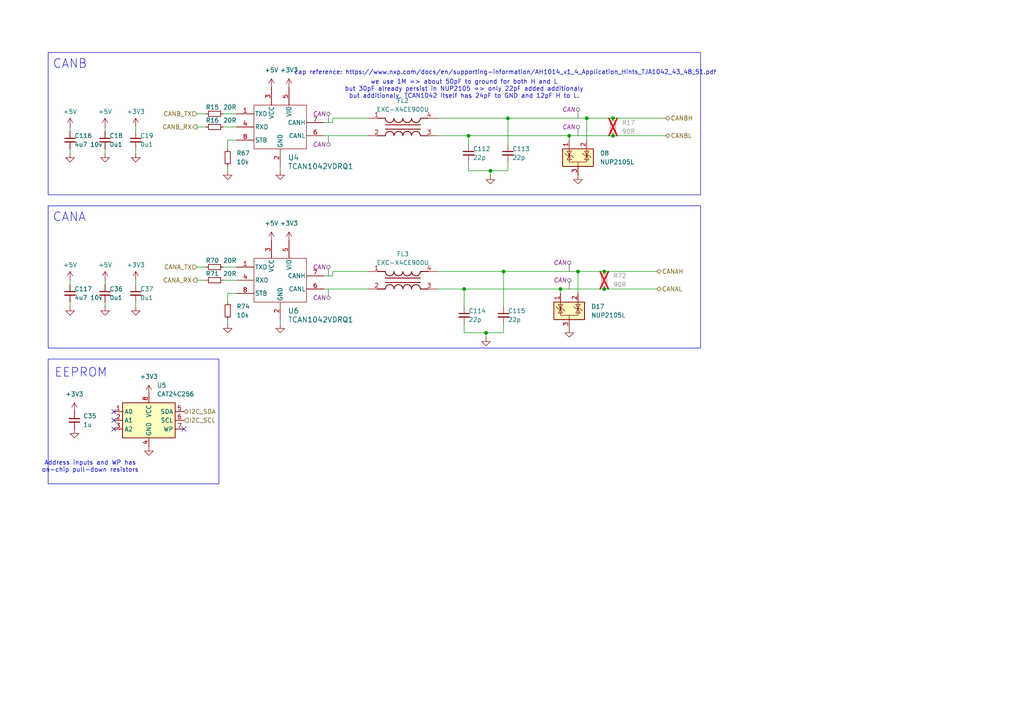
<source format=kicad_sch>
(kicad_sch (version 20231120) (generator "eeschema") (generator_version "8.0")
  (paper "A4")
  (title_block (title "INV_MainBoard_TI") (date "2025-02-26") (rev "1.2") (company "NTURacing Team") (comment 1 "郭哲明 Jack Kuo") (comment 2 "Powertrain Group"))
  (lib_symbols
    (symbol "Device:C_Small" (pin_numbers hide) (pin_names (offset 0.254) hide)
      (property "Reference" "C" (at 0.254 1.778 0))
      (property "Value" "C_Small" (at 0.254 -2.032 0))
      (symbol "C_Small_0_1"
        (polyline (pts (xy -1.524 -0.508) (xy 1.524 -0.508)) (stroke (width 0.3302)))
        (polyline (pts (xy -1.524 0.508) (xy 1.524 0.508)) (stroke (width 0.3048)))
      )
      (symbol "C_Small_1_1"
        (pin passive line (at 0 2.54 270) (length 2.032) (name "~") (number "1"))
        (pin passive line (at 0 -2.54 90) (length 2.032) (name "~") (number "2"))
      )
    )
    (symbol "Device:R_Small" (pin_numbers hide) (pin_names (offset 0.254) hide)
      (property "Reference" "R" (at 0.762 0.508 0))
      (property "Value" "R_Small" (at 0.762 -1.016 0))
      (symbol "R_Small_0_1"
        (rectangle (start -0.762 1.778) (end 0.762 -1.778) (stroke (width 0.2032)))
      )
      (symbol "R_Small_1_1"
        (pin passive line (at 0 2.54 270) (length 0.762) (name "~") (number "1"))
        (pin passive line (at 0 -2.54 90) (length 0.762) (name "~") (number "2"))
      )
    )
    (symbol "Memory_EEPROM:CAT24C256"
      (property "Reference" "U" (at -6.35 6.35 0))
      (property "Value" "CAT24C256" (at 1.27 6.35 0))
      (symbol "CAT24C256_1_1"
        (rectangle (start -7.62 5.08) (end 7.62 -5.08) (stroke (width 0.254)) (fill (type background)))
        (pin input line (at -10.16 2.54 0) (length 2.54) (name "A0") (number "1"))
        (pin input line (at -10.16 0 0) (length 2.54) (name "A1") (number "2"))
        (pin input line (at -10.16 -2.54 0) (length 2.54) (name "A2") (number "3"))
        (pin power_in line (at 0 -7.62 90) (length 2.54) (name "GND") (number "4"))
        (pin bidirectional line (at 10.16 2.54 180) (length 2.54) (name "SDA") (number "5"))
        (pin input line (at 10.16 0 180) (length 2.54) (name "SCL") (number "6"))
        (pin input line (at 10.16 -2.54 180) (length 2.54) (name "WP") (number "7"))
        (pin power_in line (at 0 7.62 270) (length 2.54) (name "VCC") (number "8"))
      )
    )
    (symbol "Power_Protection:NUP2105L" (pin_names hide)
      (property "Reference" "D" (at 5.715 2.54 0))
      (property "Value" "NUP2105L" (at 5.715 0.635 0))
      (symbol "NUP2105L_0_0"
        (pin passive line (at 0 -5.08 90) (length 2.54) (name "A") (number "3"))
      )
      (symbol "NUP2105L_0_1"
        (rectangle (start -4.445 2.54) (end 4.445 -2.54) (stroke (width 0.254)) (fill (type background)))
        (polyline (pts (xy -2.54 2.54) (xy -2.54 0.635)))
        (polyline (pts (xy 0 -1.27) (xy 0 -2.54)))
        (polyline (pts (xy 2.54 2.54) (xy 2.54 0.635)))
        (polyline (pts (xy -3.81 1.27) (xy -3.175 0.635) (xy -1.905 0.635) (xy -1.27 0)))
        (polyline (pts (xy -2.54 0.635) (xy -2.54 -1.27) (xy 2.54 -1.27) (xy 2.54 0.635)))
        (polyline (pts (xy -2.54 0.635) (xy -1.905 -0.635) (xy -3.175 -0.635) (xy -2.54 0.635)))
        (polyline (pts (xy 2.54 0.635) (xy 1.905 -0.635) (xy 3.175 -0.635) (xy 2.54 0.635)))
        (polyline (pts (xy 2.54 0.635) (xy 3.175 1.905) (xy 1.905 1.905) (xy 2.54 0.635)))
        (polyline (pts (xy -2.54 0.635) (xy -3.175 1.905) (xy -1.905 1.905) (xy -2.54 0.635) (xy -2.54 1.27)))
        (polyline (pts (xy 1.27 1.27) (xy 1.905 0.635) (xy 2.54 0.635) (xy 3.175 0.635) (xy 3.81 0)))
      )
      (symbol "NUP2105L_1_1"
        (pin passive line (at -2.54 5.08 270) (length 2.54) (name "K") (number "1"))
        (pin passive line (at 2.54 5.08 270) (length 2.54) (name "K") (number "2"))
      )
    )
    (symbol "SamacSys_Parts_EP6:EXC-X4CE900U" (pin_names hide)
      (property "Reference" "FL" (at -0.254 1.524 0))
      (property "Value" "EXC-X4CE900U" (at -0.254 -0.254 0))
      (symbol "EXC-X4CE900U_1_1"
        (arc (start -2.488 -5.08) (mid -1.2689 -3.81) (end -2.488 -2.54) (stroke (width 0.254)))
        (arc (start -2.488 -2.54) (mid -1.2689 -1.27) (end -2.488 0) (stroke (width 0.254)))
        (arc (start -2.488 0) (mid -1.2689 1.27) (end -2.488 2.54) (stroke (width 0.254)))
        (arc (start -2.488 2.54) (mid -1.2689 3.81) (end -2.488 5.08) (stroke (width 0.254)))
        (polyline (pts (xy -2.54 -5.08) (xy -2.54 -7.366)) (stroke (width 0.254)))
        (polyline (pts (xy -2.54 5.08) (xy -2.54 7.366)) (stroke (width 0.254)))
        (polyline (pts (xy -0.635 5.08) (xy -0.635 -5.08)) (stroke (width 0.254)))
        (polyline (pts (xy 0.635 5.08) (xy 0.635 -5.08)) (stroke (width 0.254)))
        (polyline (pts (xy 2.54 -5.08) (xy 2.54 -7.366)) (stroke (width 0.254)))
        (polyline (pts (xy 2.54 5.08) (xy 2.54 7.366)) (stroke (width 0.254)))
        (arc (start 2.488 -2.54) (mid 1.2689 -3.81) (end 2.488 -5.08) (stroke (width 0.254)))
        (arc (start 2.488 0) (mid 1.2689 -1.27) (end 2.488 -2.54) (stroke (width 0.254)))
        (arc (start 2.488 2.54) (mid 1.2689 1.27) (end 2.488 0) (stroke (width 0.254)))
        (arc (start 2.488 5.08) (mid 1.2689 3.81) (end 2.488 2.54) (stroke (width 0.254)))
        (pin passive line (at -2.54 -10.16 90) (length 5.08) (name "1") (number "1"))
        (pin passive line (at 2.54 -10.16 90) (length 5.08) (name "2") (number "2"))
        (pin passive line (at 2.54 10.16 270) (length 5.08) (name "3") (number "3"))
        (pin passive line (at -2.54 10.16 270) (length 5.08) (name "4") (number "4"))
      )
    )
    (symbol "nturt_kicad_lib_EP6:TCAN1042VDRQ1" (pin_names (offset 0.254))
      (property "Reference" "U" (at 0 2.54 0))
      (property "Value" "TCAN1042VDRQ1" (at 0 0 0))
      (symbol "TCAN1042VDRQ1_0_1"
        (pin input line (at -12.7 3.81 0) (length 5.08) (name "TXD") (number "1"))
        (pin power_in line (at 0 -11.43 90) (length 5.08) (name "GND") (number "2"))
        (pin power_in line (at -2.54 11.43 270) (length 5.08) (name "VCC") (number "3"))
        (pin output line (at -12.7 0 0) (length 5.08) (name "RXD") (number "4"))
        (pin power_in line (at 2.54 11.43 270) (length 5.08) (name "VIO") (number "5"))
        (pin bidirectional line (at 12.7 -2.54 180) (length 5.08) (name "CANL") (number "6"))
        (pin bidirectional line (at 12.7 1.27 180) (length 5.08) (name "CANH") (number "7"))
        (pin input line (at -12.7 -3.81 0) (length 5.08) (name "STB") (number "8"))
      )
      (symbol "TCAN1042VDRQ1_1_1"
        (rectangle (start -7.62 6.35) (end 7.62 -6.35))
      )
    )
    (symbol "power:+3V3" (power) (pin_numbers hide) (pin_names (offset 0) hide)
      (property "Value" "+3V3" (at 0 3.556 0))
      (symbol "+3V3_0_1"
        (polyline (pts (xy -0.762 1.27) (xy 0 2.54)))
        (polyline (pts (xy 0 0) (xy 0 2.54)))
        (polyline (pts (xy 0 2.54) (xy 0.762 1.27)))
      )
      (symbol "+3V3_1_1"
        (pin power_in line (at 0 0 90) (length 0) (name "~") (number "1"))
      )
    )
    (symbol "power:+5V" (power) (pin_numbers hide) (pin_names (offset 0) hide)
      (property "Value" "+5V" (at 0 3.556 0))
      (symbol "+5V_0_1"
        (polyline (pts (xy -0.762 1.27) (xy 0 2.54)))
        (polyline (pts (xy 0 0) (xy 0 2.54)))
        (polyline (pts (xy 0 2.54) (xy 0.762 1.27)))
      )
      (symbol "+5V_1_1"
        (pin power_in line (at 0 0 90) (length 0) (name "~") (number "1"))
      )
    )
    (symbol "power:GND" (power) (pin_numbers hide) (pin_names (offset 0) hide)
      (property "Value" "GND" (at 0 -3.81 0))
      (symbol "GND_0_1"
        (polyline (pts (xy 0 0) (xy 0 -1.27) (xy 1.27 -1.27) (xy 0 -2.54) (xy -1.27 -1.27) (xy 0 -1.27)))
      )
      (symbol "GND_1_1"
        (pin power_in line (at 0 0 270) (length 0) (name "~") (number "1"))
      )
    )
  )
  (junction (at 177.8 39.37))
  (junction (at 147.32 34.29))
  (junction (at 175.26 83.82))
  (junction (at 175.26 78.74))
  (junction (at 170.18 34.29))
  (junction (at 134.62 83.82))
  (junction (at 167.64 78.74))
  (junction (at 165.1 39.37))
  (junction (at 142.24 49.53))
  (junction (at 177.8 34.29))
  (junction (at 140.97 96.52))
  (junction (at 135.89 39.37))
  (junction (at 162.56 83.82))
  (junction (at 146.05 78.74))
  (no_connect (at 33.02 124.46))
  (no_connect (at 33.02 121.92))
  (no_connect (at 53.34 124.46))
  (no_connect (at 33.02 119.38))
  (wire (pts (xy 96.52 78.74) (xy 106.68 78.74)))
  (wire (pts (xy 57.15 33.02) (xy 59.69 33.02)))
  (wire (pts (xy 30.48 82.55) (xy 30.48 81.28)))
  (wire (pts (xy 66.04 85.09) (xy 68.58 85.09)))
  (wire (pts (xy 96.52 78.74) (xy 96.52 80.01)))
  (wire (pts (xy 66.04 40.64) (xy 68.58 40.64)))
  (wire (pts (xy 30.48 88.9) (xy 30.48 87.63)))
  (wire (pts (xy 20.32 82.55) (xy 20.32 81.28)))
  (wire (pts (xy 39.37 44.45) (xy 39.37 43.18)))
  (wire (pts (xy 175.26 83.82) (xy 190.5 83.82)))
  (wire (pts (xy 170.18 34.29) (xy 170.18 40.64)))
  (wire (pts (xy 81.28 93.98) (xy 81.28 92.71)))
  (wire (pts (xy 140.97 97.79) (xy 140.97 96.52)))
  (wire (pts (xy 177.8 34.29) (xy 193.04 34.29)))
  (wire (pts (xy 66.04 49.53) (xy 66.04 48.26)))
  (wire (pts (xy 165.1 39.37) (xy 165.1 40.64)))
  (wire (pts (xy 20.32 88.9) (xy 20.32 87.63)))
  (wire (pts (xy 81.28 49.53) (xy 81.28 48.26)))
  (wire (pts (xy 64.77 81.28) (xy 68.58 81.28)))
  (wire (pts (xy 93.98 80.01) (xy 96.52 80.01)))
  (wire (pts (xy 66.04 87.63) (xy 66.04 85.09)))
  (wire (pts (xy 57.15 77.47) (xy 59.69 77.47)))
  (wire (pts (xy 64.77 33.02) (xy 68.58 33.02)))
  (wire (pts (xy 135.89 39.37) (xy 165.1 39.37)))
  (wire (pts (xy 93.98 83.82) (xy 106.68 83.82)))
  (wire (pts (xy 175.26 78.74) (xy 190.5 78.74)))
  (wire (pts (xy 167.64 78.74) (xy 167.64 85.09)))
  (wire (pts (xy 134.62 96.52) (xy 140.97 96.52)))
  (wire (pts (xy 147.32 34.29) (xy 170.18 34.29)))
  (wire (pts (xy 134.62 83.82) (xy 134.62 88.9)))
  (wire (pts (xy 66.04 43.18) (xy 66.04 40.64)))
  (wire (pts (xy 135.89 46.99) (xy 135.89 49.53)))
  (wire (pts (xy 64.77 77.47) (xy 68.58 77.47)))
  (wire (pts (xy 162.56 83.82) (xy 162.56 85.09)))
  (wire (pts (xy 147.32 34.29) (xy 147.32 41.91)))
  (wire (pts (xy 127 39.37) (xy 135.89 39.37)))
  (wire (pts (xy 96.52 34.29) (xy 96.52 35.56)))
  (wire (pts (xy 162.56 83.82) (xy 175.26 83.82)))
  (wire (pts (xy 64.77 36.83) (xy 68.58 36.83)))
  (wire (pts (xy 39.37 82.55) (xy 39.37 81.28)))
  (wire (pts (xy 146.05 78.74) (xy 146.05 88.9)))
  (wire (pts (xy 20.32 38.1) (xy 20.32 36.83)))
  (wire (pts (xy 134.62 83.82) (xy 127 83.82)))
  (wire (pts (xy 20.32 44.45) (xy 20.32 43.18)))
  (wire (pts (xy 146.05 96.52) (xy 146.05 93.98)))
  (wire (pts (xy 127 78.74) (xy 146.05 78.74)))
  (wire (pts (xy 57.15 81.28) (xy 59.69 81.28)))
  (wire (pts (xy 142.24 49.53) (xy 147.32 49.53)))
  (wire (pts (xy 96.52 34.29) (xy 106.68 34.29)))
  (wire (pts (xy 142.24 50.8) (xy 142.24 49.53)))
  (wire (pts (xy 30.48 38.1) (xy 30.48 36.83)))
  (wire (pts (xy 162.56 83.82) (xy 134.62 83.82)))
  (wire (pts (xy 39.37 38.1) (xy 39.37 36.83)))
  (wire (pts (xy 30.48 44.45) (xy 30.48 43.18)))
  (wire (pts (xy 93.98 39.37) (xy 106.68 39.37)))
  (wire (pts (xy 170.18 34.29) (xy 177.8 34.29)))
  (wire (pts (xy 134.62 93.98) (xy 134.62 96.52)))
  (wire (pts (xy 177.8 39.37) (xy 193.04 39.37)))
  (wire (pts (xy 146.05 78.74) (xy 167.64 78.74)))
  (wire (pts (xy 140.97 96.52) (xy 146.05 96.52)))
  (wire (pts (xy 93.98 35.56) (xy 96.52 35.56)))
  (wire (pts (xy 167.64 78.74) (xy 175.26 78.74)))
  (wire (pts (xy 127 34.29) (xy 147.32 34.29)))
  (wire (pts (xy 165.1 39.37) (xy 177.8 39.37)))
  (wire (pts (xy 147.32 49.53) (xy 147.32 46.99)))
  (wire (pts (xy 135.89 49.53) (xy 142.24 49.53)))
  (wire (pts (xy 66.04 93.98) (xy 66.04 92.71)))
  (wire (pts (xy 57.15 36.83) (xy 59.69 36.83)))
  (wire (pts (xy 135.89 41.91) (xy 135.89 39.37)))
  (wire (pts (xy 39.37 88.9) (xy 39.37 87.63)))
  (rectangle (start 13.97 15.24) (end 203.2 56.515))
  (rectangle (start 13.97 104.14) (end 63.5 140.335))
  (rectangle (start 13.97 59.69) (end 203.2 100.965))
  (text "CANB" (at 15.24 17.145 0) (effects (font (size 2.54 2.54)) (justify left top)))
  (text "CANA" (at 15.24 61.595 0) (effects (font (size 2.54 2.54)) (justify left top)))
  (text "cap reference: https://www.nxp.com/docs/en/supporting-information/AH1014_v1_4_Application_Hints_TJA1042_43_48_51.pdf" (at 146.558 21.082 0) (effects (font (size 1.27 1.27))))
  (text "Address inputs and WP has\non-chip pull-down resistors" (at 26.162 135.382 0) (effects (font (size 1.27 1.27))))
  (text "we use 1M => about 50pF to ground for both H and L\nbut 30pF already persist in NUP2105 => only 22pF added additionaly\nbut additionaly, TCAN1042 itself has 24pF to GND and 12pF H to L." (at 134.62 25.908 0) (effects (font (size 1.27 1.27))))
  (text "EEPROM" (at 15.748 106.68 0) (effects (font (size 2.54 2.54)) (justify left top)))
  (hierarchical_label "CANAH" (shape bidirectional) (at 190.5 78.74 0))
  (hierarchical_label "I2C_SDA" (shape bidirectional) (at 53.34 119.38 0))
  (hierarchical_label "CANB_TX" (shape input) (at 57.15 33.02 180))
  (hierarchical_label "CANBH" (shape bidirectional) (at 193.04 34.29 0))
  (hierarchical_label "CANA_TX" (shape input) (at 57.15 77.47 180))
  (hierarchical_label "CANAL" (shape bidirectional) (at 190.5 83.82 0))
  (hierarchical_label "I2C_SCL" (shape input) (at 53.34 121.92 0))
  (hierarchical_label "CANBL" (shape bidirectional) (at 193.04 39.37 0))
  (hierarchical_label "CANA_RX" (shape output) (at 57.15 81.28 180))
  (hierarchical_label "CANB_RX" (shape output) (at 57.15 36.83 180))
  (netclass_flag "" (length 2.54) (shape round) (at 165.1 78.74 0) (property "Netclass" "CAN" (at 164.4015 76.2 0) (effects (font (italic yes)) (justify right))))
  (netclass_flag "" (length 2.54) (shape round) (at 167.64 39.37 0) (property "Netclass" "CAN" (at 166.9415 36.83 0) (effects (font (italic yes)) (justify right))))
  (netclass_flag "" (length 2.54) (shape round) (at 165.1 83.82 0) (property "Netclass" "CAN" (at 164.4015 81.28 0) (effects (font (italic yes)) (justify right))))
  (netclass_flag "" (length 2.54) (shape round) (at 95.25 35.56 0) (property "Netclass" "CAN" (at 94.5515 33.02 0) (effects (font (italic yes)) (justify right))))
  (netclass_flag "" (length 2.54) (shape round) (at 95.25 39.37 180) (property "Netclass" "CAN" (at 94.5515 41.91 0) (effects (font (italic yes)) (justify right))))
  (netclass_flag "" (length 2.54) (shape round) (at 95.25 83.82 180) (property "Netclass" "CAN" (at 94.5515 86.36 0) (effects (font (italic yes)) (justify right))))
  (netclass_flag "" (length 2.54) (shape round) (at 95.25 80.01 0) (property "Netclass" "CAN" (at 94.5515 77.47 0) (effects (font (italic yes)) (justify right))))
  (netclass_flag "" (length 2.54) (shape round) (at 167.64 34.29 0) (property "Netclass" "CAN" (at 166.9415 31.75 0) (effects (font (italic yes)) (justify right))))
  (symbol (lib_id "power:GND") (at 20.32 88.9 0) (unit 1)
    (property "Reference" "#PWR0176" (effects (hide yes)))
    (property "Value" "GND" (effects (hide yes)))
    (property "Description" "Power symbol creates a global label with name \"GND\" , ground" (effects (hide yes)))
  )
  (symbol (lib_id "Power_Protection:NUP2105L") (at 167.64 45.72 0) (unit 1)
    (property "Reference" "D8" (at 173.99 44.4499 0) (effects (justify left)))
    (property "Value" "NUP2105L" (at 173.99 46.9899 0) (effects (justify left)))
    (property "Footprint" "Package_TO_SOT_SMD:SOT-23" (effects (hide yes)))
    (property "Datasheet" "https://www.onsemi.com/pub_link/Collateral/NUP2105L-D.PDF" (effects (hide yes)))
    (property "Description" "Dual Line CAN Bus Protector, 24Vrwm" (effects (hide yes)))
  )
  (symbol (lib_id "nturt_kicad_lib_EP6:TCAN1042VDRQ1") (at 81.28 81.28 0) (unit 1)
    (property "Reference" "U6" (at 83.4741 90.17 0) (effects (font (size 1.524 1.524)) (justify left)))
    (property "Value" "TCAN1042VDRQ1" (at 83.4741 92.71 0) (effects (font (size 1.524 1.524)) (justify left)))
    (property "Footprint" "Package_SO:SOIC-8_3.9x4.9mm_P1.27mm" (effects (hide yes)))
    (property "Datasheet" "TCAN1042VDRQ1" (effects (hide yes)))
  )
  (symbol (lib_id "power:GND") (at 66.04 93.98 0) (unit 1)
    (property "Reference" "#PWR0139" (effects (hide yes)))
    (property "Value" "GND" (effects (hide yes)))
    (property "Description" "Power symbol creates a global label with name \"GND\" , ground" (effects (hide yes)))
  )
  (symbol (lib_id "power:GND") (at 81.28 49.53 0) (unit 1)
    (property "Reference" "#PWR069" (effects (hide yes)))
    (property "Value" "GND" (effects (hide yes)))
    (property "Description" "Power symbol creates a global label with name \"GND\" , ground" (effects (hide yes)))
  )
  (symbol (lib_id "Device:C_Small") (at 39.37 85.09 0) (unit 1)
    (property "Reference" "C37" (at 40.64 83.82 0) (effects (justify left)))
    (property "Value" "0u1" (at 40.64 86.36 0) (effects (justify left)))
    (property "Footprint" "Capacitor_SMD:C_0402_1005Metric" (effects (hide yes)))
    (property "Description" "Unpolarized capacitor, small symbol" (effects (hide yes)))
  )
  (symbol (lib_id "Device:R_Small") (at 62.23 36.83 90) (mirror x) (unit 1)
    (property "Reference" "R16" (at 61.595 34.925 90))
    (property "Value" "20R" (at 66.675 34.925 90))
    (property "Footprint" "Resistor_SMD:R_0402_1005Metric" (effects (hide yes)))
    (property "Description" "Resistor, small symbol" (effects (hide yes)))
  )
  (symbol (lib_id "Device:R_Small") (at 175.26 81.28 0) (unit 1) (dnp yes)
    (property "Reference" "R72" (at 177.8 80.01 0) (effects (justify left)))
    (property "Value" "90R" (at 177.8 82.55 0) (effects (justify left)))
    (property "Footprint" "Resistor_SMD:R_0402_1005Metric" (effects (hide yes)))
    (property "Description" "Resistor, small symbol" (effects (hide yes)))
  )
  (symbol (lib_id "power:GND") (at 140.97 97.79 0) (unit 1)
    (property "Reference" "#PWR0172" (effects (hide yes)))
    (property "Value" "GND" (effects (hide yes)))
    (property "Description" "Power symbol creates a global label with name \"GND\" , ground" (effects (hide yes)))
  )
  (symbol (lib_id "power:GND") (at 167.64 50.8 0) (unit 1)
    (property "Reference" "#PWR070" (effects (hide yes)))
    (property "Value" "GND" (effects (hide yes)))
    (property "Description" "Power symbol creates a global label with name \"GND\" , ground" (effects (hide yes)))
  )
  (symbol (lib_id "power:GND") (at 20.32 44.45 0) (unit 1)
    (property "Reference" "#PWR0174" (effects (hide yes)))
    (property "Value" "GND" (effects (hide yes)))
    (property "Description" "Power symbol creates a global label with name \"GND\" , ground" (effects (hide yes)))
  )
  (symbol (lib_id "Memory_EEPROM:CAT24C256") (at 43.18 121.92 0) (unit 1)
    (property "Reference" "U5" (at 45.4935 111.76 0) (effects (justify left)))
    (property "Value" "CAT24C256" (at 45.4935 114.3 0) (effects (justify left)))
    (property "Footprint" "Package_SO:SOIC-8_3.9x4.9mm_P1.27mm" (effects (hide yes)))
    (property "Datasheet" "https://www.onsemi.cn/PowerSolutions/document/CAT24C256-D.PDF" (effects (hide yes)))
    (property "Description" "256 kb CMOS Serial EEPROM, DIP-8/SOIC-8/TSSOP-8/DFN-8" (effects (hide yes)))
  )
  (symbol (lib_id "power:+5V") (at 30.48 81.28 0) (unit 1)
    (property "Reference" "#PWR0131" (effects (hide yes)))
    (property "Value" "+5V" (at 30.48 76.835 0))
    (property "Description" "Power symbol creates a global label with name \"+5V\"" (effects (hide yes)))
  )
  (symbol (lib_id "Device:C_Small") (at 20.32 40.64 0) (unit 1)
    (property "Reference" "C116" (at 21.59 39.37 0) (effects (justify left)))
    (property "Value" "4u7 10v" (at 21.59 41.91 0) (effects (justify left)))
    (property "Footprint" "Capacitor_SMD:C_0402_1005Metric" (effects (hide yes)))
    (property "Description" "Unpolarized capacitor, small symbol" (effects (hide yes)))
  )
  (symbol (lib_id "Device:R_Small") (at 66.04 90.17 0) (unit 1)
    (property "Reference" "R74" (at 68.58 88.9 0) (effects (justify left)))
    (property "Value" "10k" (at 68.58 91.44 0) (effects (justify left)))
    (property "Footprint" "Resistor_SMD:R_0402_1005Metric" (effects (hide yes)))
    (property "Description" "Resistor, small symbol" (effects (hide yes)))
  )
  (symbol (lib_id "power:GND") (at 81.28 93.98 0) (unit 1)
    (property "Reference" "#PWR0140" (effects (hide yes)))
    (property "Value" "GND" (effects (hide yes)))
    (property "Description" "Power symbol creates a global label with name \"GND\" , ground" (effects (hide yes)))
  )
  (symbol (lib_id "Device:C_Small") (at 147.32 44.45 0) (unit 1)
    (property "Reference" "C113" (at 148.59 43.18 0) (effects (justify left)))
    (property "Value" "22p" (at 148.59 45.72 0) (effects (justify left)))
    (property "Footprint" "Capacitor_SMD:C_0402_1005Metric" (effects (hide yes)))
    (property "Description" "Unpolarized capacitor, small symbol" (effects (hide yes)))
  )
  (symbol (lib_id "SamacSys_Parts_EP6:EXC-X4CE900U") (at 116.84 81.28 270) (unit 1)
    (property "Reference" "FL3" (at 116.84 73.66 90))
    (property "Value" "EXC-X4CE900U" (at 116.84 76.2 90))
    (property "Footprint" "SamacSys_Parts_EP6:EXCX4CE900U" (effects (hide yes)))
    (property "Datasheet" "https://industrial.panasonic.com/cdbs/www-data/pdf/AWE0000/AWE0000C258.pdf" (effects (hide yes)))
    (property "Description" "Series/Type: Common mode Filters (0202 small size), Size [LW] (mm): 0.650.50, Height (mm): 0.3, Impedance [Common Mode] (): 90, Rated Voltage [DC] (V): 5, Rated Current [DC] (mA): 100, DC Resistance [max.] (): 3.0+/-30%, Number of circuit: 1" (effects (hide yes)))
    (property "Mouser Part Number" "667-EXC-X4CE900U" (effects (hide yes)))
    (property "Mouser Price/Stock" "https://www.mouser.co.uk/ProductDetail/Panasonic/EXC-X4CE900U?qs=r%2Fc3XikQTkKbkY%2FGNti4Lw%3D%3D" (effects (hide yes)))
    (property "Manufacturer_Name" "Panasonic" (effects (hide yes)))
    (property "Manufacturer_Part_Number" "EXC-X4CE900U" (effects (hide yes)))
    (property "Simulation Data" "https://industrial.panasonic.com/content/data/CC/files/EXCX4CE900U.zip" (effects (hide yes)))
  )
  (symbol (lib_id "power:GND") (at 30.48 88.9 0) (unit 1)
    (property "Reference" "#PWR0137" (effects (hide yes)))
    (property "Value" "GND" (effects (hide yes)))
    (property "Description" "Power symbol creates a global label with name \"GND\" , ground" (effects (hide yes)))
  )
  (symbol (lib_id "Device:C_Small") (at 39.37 40.64 0) (unit 1)
    (property "Reference" "C19" (at 40.64 39.37 0) (effects (justify left)))
    (property "Value" "0u1" (at 40.64 41.91 0) (effects (justify left)))
    (property "Footprint" "Capacitor_SMD:C_0402_1005Metric" (effects (hide yes)))
    (property "Description" "Unpolarized capacitor, small symbol" (effects (hide yes)))
  )
  (symbol (lib_id "SamacSys_Parts_EP6:EXC-X4CE900U") (at 116.84 36.83 270) (unit 1)
    (property "Reference" "FL2" (at 116.84 29.21 90))
    (property "Value" "EXC-X4CE900U" (at 116.84 31.75 90))
    (property "Footprint" "SamacSys_Parts_EP6:EXCX4CE900U" (effects (hide yes)))
    (property "Datasheet" "https://industrial.panasonic.com/cdbs/www-data/pdf/AWE0000/AWE0000C258.pdf" (effects (hide yes)))
    (property "Description" "Series/Type: Common mode Filters (0202 small size), Size [LW] (mm): 0.650.50, Height (mm): 0.3, Impedance [Common Mode] (): 90, Rated Voltage [DC] (V): 5, Rated Current [DC] (mA): 100, DC Resistance [max.] (): 3.0+/-30%, Number of circuit: 1" (effects (hide yes)))
    (property "Mouser Part Number" "667-EXC-X4CE900U" (effects (hide yes)))
    (property "Mouser Price/Stock" "https://www.mouser.co.uk/ProductDetail/Panasonic/EXC-X4CE900U?qs=r%2Fc3XikQTkKbkY%2FGNti4Lw%3D%3D" (effects (hide yes)))
    (property "Manufacturer_Name" "Panasonic" (effects (hide yes)))
    (property "Manufacturer_Part_Number" "EXC-X4CE900U" (effects (hide yes)))
    (property "Simulation Data" "https://industrial.panasonic.com/content/data/CC/files/EXCX4CE900U.zip" (effects (hide yes)))
  )
  (symbol (lib_id "power:GND") (at 66.04 49.53 0) (unit 1)
    (property "Reference" "#PWR068" (effects (hide yes)))
    (property "Value" "GND" (effects (hide yes)))
    (property "Description" "Power symbol creates a global label with name \"GND\" , ground" (effects (hide yes)))
  )
  (symbol (lib_id "power:+3V3") (at 83.82 25.4 0) (unit 1)
    (property "Reference" "#PWR058" (effects (hide yes)))
    (property "Value" "+3V3" (at 83.82 20.32 0))
    (property "Description" "Power symbol creates a global label with name \"+3V3\"" (effects (hide yes)))
  )
  (symbol (lib_id "Device:R_Small") (at 66.04 45.72 0) (unit 1)
    (property "Reference" "R67" (at 68.58 44.45 0) (effects (justify left)))
    (property "Value" "10k" (at 68.58 46.99 0) (effects (justify left)))
    (property "Footprint" "Resistor_SMD:R_0402_1005Metric" (effects (hide yes)))
    (property "Description" "Resistor, small symbol" (effects (hide yes)))
  )
  (symbol (lib_id "Device:C_Small") (at 135.89 44.45 0) (unit 1)
    (property "Reference" "C112" (at 137.16 43.18 0) (effects (justify left)))
    (property "Value" "22p" (at 137.16 45.72 0) (effects (justify left)))
    (property "Footprint" "Capacitor_SMD:C_0402_1005Metric" (effects (hide yes)))
    (property "Description" "Unpolarized capacitor, small symbol" (effects (hide yes)))
  )
  (symbol (lib_id "power:+3V3") (at 21.59 119.38 0) (unit 1)
    (property "Reference" "#PWR060" (effects (hide yes)))
    (property "Value" "+3V3" (at 21.59 114.3 0))
    (property "Description" "Power symbol creates a global label with name \"+3V3\"" (effects (hide yes)))
  )
  (symbol (lib_id "power:+5V") (at 30.48 36.83 0) (unit 1)
    (property "Reference" "#PWR064" (effects (hide yes)))
    (property "Value" "+5V" (at 30.48 32.385 0))
    (property "Description" "Power symbol creates a global label with name \"+5V\"" (effects (hide yes)))
  )
  (symbol (lib_id "power:+3V3") (at 39.37 36.83 0) (unit 1)
    (property "Reference" "#PWR065" (effects (hide yes)))
    (property "Value" "+3V3" (at 39.37 32.385 0))
    (property "Description" "Power symbol creates a global label with name \"+3V3\"" (effects (hide yes)))
  )
  (symbol (lib_id "power:+5V") (at 78.74 69.85 0) (unit 1)
    (property "Reference" "#PWR072" (effects (hide yes)))
    (property "Value" "+5V" (at 78.74 64.77 0))
    (property "Description" "Power symbol creates a global label with name \"+5V\"" (effects (hide yes)))
  )
  (symbol (lib_id "power:+3V3") (at 43.18 114.3 0) (unit 1)
    (property "Reference" "#PWR059" (effects (hide yes)))
    (property "Value" "+3V3" (at 43.18 109.22 0))
    (property "Description" "Power symbol creates a global label with name \"+3V3\"" (effects (hide yes)))
  )
  (symbol (lib_id "power:GND") (at 43.18 129.54 0) (unit 1)
    (property "Reference" "#PWR062" (effects (hide yes)))
    (property "Value" "GND" (effects (hide yes)))
    (property "Description" "Power symbol creates a global label with name \"GND\" , ground" (effects (hide yes)))
  )
  (symbol (lib_id "Power_Protection:NUP2105L") (at 165.1 90.17 0) (unit 1)
    (property "Reference" "D17" (at 171.45 88.8999 0) (effects (justify left)))
    (property "Value" "NUP2105L" (at 171.45 91.4399 0) (effects (justify left)))
    (property "Footprint" "Package_TO_SOT_SMD:SOT-23" (effects (hide yes)))
    (property "Datasheet" "https://www.onsemi.com/pub_link/Collateral/NUP2105L-D.PDF" (effects (hide yes)))
    (property "Description" "Dual Line CAN Bus Protector, 24Vrwm" (effects (hide yes)))
  )
  (symbol (lib_id "power:GND") (at 165.1 95.25 0) (unit 1)
    (property "Reference" "#PWR0141" (effects (hide yes)))
    (property "Value" "GND" (effects (hide yes)))
    (property "Description" "Power symbol creates a global label with name \"GND\" , ground" (effects (hide yes)))
  )
  (symbol (lib_id "power:+3V3") (at 83.82 69.85 0) (unit 1)
    (property "Reference" "#PWR0123" (effects (hide yes)))
    (property "Value" "+3V3" (at 83.82 64.77 0))
    (property "Description" "Power symbol creates a global label with name \"+3V3\"" (effects (hide yes)))
  )
  (symbol (lib_id "Device:R_Small") (at 62.23 33.02 90) (unit 1)
    (property "Reference" "R15" (at 61.595 31.115 90))
    (property "Value" "20R" (at 66.675 31.115 90))
    (property "Footprint" "Resistor_SMD:R_0402_1005Metric" (effects (hide yes)))
    (property "Description" "Resistor, small symbol" (effects (hide yes)))
  )
  (symbol (lib_id "power:+5V") (at 20.32 81.28 0) (unit 1)
    (property "Reference" "#PWR0175" (effects (hide yes)))
    (property "Value" "+5V" (at 20.32 76.835 0))
    (property "Description" "Power symbol creates a global label with name \"+5V\"" (effects (hide yes)))
  )
  (symbol (lib_id "Device:C_Small") (at 30.48 40.64 0) (unit 1)
    (property "Reference" "C18" (at 31.75 39.37 0) (effects (justify left)))
    (property "Value" "0u1" (at 31.75 41.91 0) (effects (justify left)))
    (property "Footprint" "Capacitor_SMD:C_0402_1005Metric" (effects (hide yes)))
    (property "Description" "Unpolarized capacitor, small symbol" (effects (hide yes)))
  )
  (symbol (lib_id "power:+5V") (at 78.74 25.4 0) (unit 1)
    (property "Reference" "#PWR035" (effects (hide yes)))
    (property "Value" "+5V" (at 78.74 20.32 0))
    (property "Description" "Power symbol creates a global label with name \"+5V\"" (effects (hide yes)))
  )
  (symbol (lib_id "Device:C_Small") (at 134.62 91.44 0) (unit 1)
    (property "Reference" "C114" (at 135.89 90.17 0) (effects (justify left)))
    (property "Value" "22p" (at 135.89 92.71 0) (effects (justify left)))
    (property "Footprint" "Capacitor_SMD:C_0402_1005Metric" (effects (hide yes)))
    (property "Description" "Unpolarized capacitor, small symbol" (effects (hide yes)))
  )
  (symbol (lib_id "Device:C_Small") (at 146.05 91.44 0) (unit 1)
    (property "Reference" "C115" (at 147.32 90.17 0) (effects (justify left)))
    (property "Value" "22p" (at 147.32 92.71 0) (effects (justify left)))
    (property "Footprint" "Capacitor_SMD:C_0402_1005Metric" (effects (hide yes)))
    (property "Description" "Unpolarized capacitor, small symbol" (effects (hide yes)))
  )
  (symbol (lib_id "power:GND") (at 39.37 44.45 0) (unit 1)
    (property "Reference" "#PWR067" (effects (hide yes)))
    (property "Value" "GND" (effects (hide yes)))
    (property "Description" "Power symbol creates a global label with name \"GND\" , ground" (effects (hide yes)))
  )
  (symbol (lib_id "Device:C_Small") (at 21.59 121.92 0) (unit 1)
    (property "Reference" "C35" (at 24.13 120.6563 0) (effects (justify left)))
    (property "Value" "1u" (at 24.13 123.1963 0) (effects (justify left)))
    (property "Footprint" "Capacitor_SMD:C_0402_1005Metric" (effects (hide yes)))
    (property "Description" "Unpolarized capacitor, small symbol" (effects (hide yes)))
  )
  (symbol (lib_id "Device:C_Small") (at 20.32 85.09 0) (unit 1)
    (property "Reference" "C117" (at 21.59 83.82 0) (effects (justify left)))
    (property "Value" "4u7 10v" (at 21.59 86.36 0) (effects (justify left)))
    (property "Footprint" "Capacitor_SMD:C_0402_1005Metric" (effects (hide yes)))
    (property "Description" "Unpolarized capacitor, small symbol" (effects (hide yes)))
  )
  (symbol (lib_id "power:GND") (at 21.59 124.46 0) (unit 1)
    (property "Reference" "#PWR061" (effects (hide yes)))
    (property "Value" "GND" (effects (hide yes)))
    (property "Description" "Power symbol creates a global label with name \"GND\" , ground" (effects (hide yes)))
  )
  (symbol (lib_id "power:GND") (at 39.37 88.9 0) (unit 1)
    (property "Reference" "#PWR0138" (effects (hide yes)))
    (property "Value" "GND" (effects (hide yes)))
    (property "Description" "Power symbol creates a global label with name \"GND\" , ground" (effects (hide yes)))
  )
  (symbol (lib_id "nturt_kicad_lib_EP6:TCAN1042VDRQ1") (at 81.28 36.83 0) (unit 1)
    (property "Reference" "U4" (at 83.4741 45.72 0) (effects (font (size 1.524 1.524)) (justify left)))
    (property "Value" "TCAN1042VDRQ1" (at 83.4741 48.26 0) (effects (font (size 1.524 1.524)) (justify left)))
    (property "Footprint" "Package_SO:SOIC-8_3.9x4.9mm_P1.27mm" (effects (hide yes)))
    (property "Datasheet" "TCAN1042VDRQ1" (effects (hide yes)))
  )
  (symbol (lib_id "Device:R_Small") (at 177.8 36.83 0) (unit 1) (dnp yes)
    (property "Reference" "R17" (at 180.34 35.56 0) (effects (justify left)))
    (property "Value" "90R" (at 180.34 38.1 0) (effects (justify left)))
    (property "Footprint" "Resistor_SMD:R_0402_1005Metric" (effects (hide yes)))
    (property "Description" "Resistor, small symbol" (effects (hide yes)))
  )
  (symbol (lib_id "Device:R_Small") (at 62.23 81.28 90) (mirror x) (unit 1)
    (property "Reference" "R71" (at 61.595 79.375 90))
    (property "Value" "20R" (at 66.675 79.375 90))
    (property "Footprint" "Resistor_SMD:R_0402_1005Metric" (effects (hide yes)))
    (property "Description" "Resistor, small symbol" (effects (hide yes)))
  )
  (symbol (lib_id "Device:R_Small") (at 62.23 77.47 90) (unit 1)
    (property "Reference" "R70" (at 61.595 75.565 90))
    (property "Value" "20R" (at 66.675 75.565 90))
    (property "Footprint" "Resistor_SMD:R_0402_1005Metric" (effects (hide yes)))
    (property "Description" "Resistor, small symbol" (effects (hide yes)))
  )
  (symbol (lib_id "Device:C_Small") (at 30.48 85.09 0) (unit 1)
    (property "Reference" "C36" (at 31.75 83.82 0) (effects (justify left)))
    (property "Value" "0u1" (at 31.75 86.36 0) (effects (justify left)))
    (property "Footprint" "Capacitor_SMD:C_0402_1005Metric" (effects (hide yes)))
    (property "Description" "Unpolarized capacitor, small symbol" (effects (hide yes)))
  )
  (symbol (lib_id "power:+5V") (at 20.32 36.83 0) (unit 1)
    (property "Reference" "#PWR0173" (effects (hide yes)))
    (property "Value" "+5V" (at 20.32 32.385 0))
    (property "Description" "Power symbol creates a global label with name \"+5V\"" (effects (hide yes)))
  )
  (symbol (lib_id "power:GND") (at 142.24 50.8 0) (unit 1)
    (property "Reference" "#PWR0171" (effects (hide yes)))
    (property "Value" "GND" (effects (hide yes)))
    (property "Description" "Power symbol creates a global label with name \"GND\" , ground" (effects (hide yes)))
  )
  (symbol (lib_id "power:GND") (at 30.48 44.45 0) (unit 1)
    (property "Reference" "#PWR066" (effects (hide yes)))
    (property "Value" "GND" (effects (hide yes)))
    (property "Description" "Power symbol creates a global label with name \"GND\" , ground" (effects (hide yes)))
  )
  (symbol (lib_id "power:+3V3") (at 39.37 81.28 0) (unit 1)
    (property "Reference" "#PWR0136" (effects (hide yes)))
    (property "Value" "+3V3" (at 39.37 76.835 0))
    (property "Description" "Power symbol creates a global label with name \"+3V3\"" (effects (hide yes)))
  )
)
</source>
